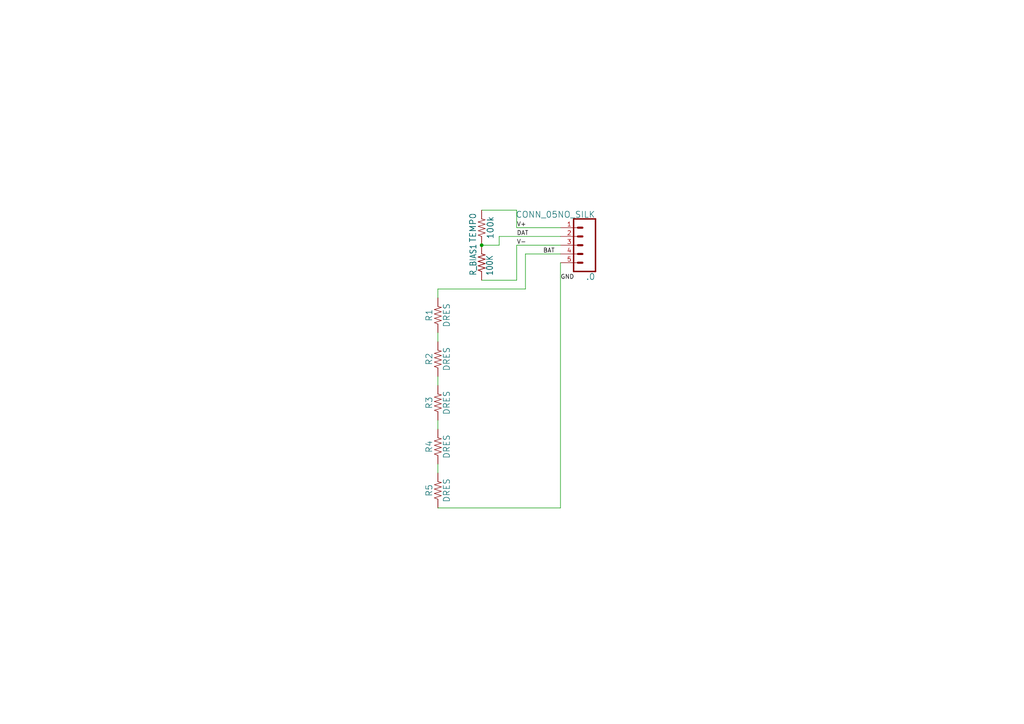
<source format=kicad_sch>
(kicad_sch (version 20220622) (generator eeschema)
  (paper "A4")
  (lib_symbols
    (symbol "probe_v2.1-eagle-import:1.8MOHM"
      (property "Reference" "R" (at 0 1.524 0))
      (property "Value" "1.8MOHM" (at 0 -1.524 0))
      (symbol "1.8MOHM_1_0"
        (polyline (pts (xy -2.54 0) (xy -2.159 1.016)) (stroke (width 0.1524)))
        (polyline (pts (xy -2.159 1.016) (xy -1.524 -1.016)) (stroke (width 0.1524)))
        (polyline (pts (xy -1.524 -1.016) (xy -0.889 1.016)) (stroke (width 0.1524)))
        (polyline (pts (xy -0.889 1.016) (xy -0.254 -1.016)) (stroke (width 0.1524)))
        (polyline (pts (xy -0.254 -1.016) (xy 0.381 1.016)) (stroke (width 0.1524)))
        (polyline (pts (xy 0.381 1.016) (xy 1.016 -1.016)) (stroke (width 0.1524)))
        (polyline (pts (xy 1.016 -1.016) (xy 1.651 1.016)) (stroke (width 0.1524)))
        (polyline (pts (xy 1.651 1.016) (xy 2.286 -1.016)) (stroke (width 0.1524)))
        (polyline (pts (xy 2.286 -1.016) (xy 2.54 0)) (stroke (width 0.1524)))
        (pin passive line (at -5.08 0 0) (length 2.54) (name "1") (number "1"))
        (pin passive line (at 5.08 0 180) (length 2.54) (name "2") (number "2"))
      )
    )
    (symbol "probe_v2.1-eagle-import:CONN_05NO_SILK"
      (property "Reference" "J" (at -2.54 8.128 0))
      (property "Value" "CONN_05NO_SILK" (at -2.54 -9.906 0))
      (symbol "CONN_05NO_SILK_1_0"
        (polyline (pts (xy -2.54 7.62) (xy -2.54 -7.62)) (stroke (width 0.4064)))
        (polyline (pts (xy -2.54 7.62) (xy 3.81 7.62)) (stroke (width 0.4064)))
        (polyline (pts (xy 1.27 -5.08) (xy 2.54 -5.08)) (stroke (width 0.6096)))
        (polyline (pts (xy 1.27 -2.54) (xy 2.54 -2.54)) (stroke (width 0.6096)))
        (polyline (pts (xy 1.27 0) (xy 2.54 0)) (stroke (width 0.6096)))
        (polyline (pts (xy 1.27 2.54) (xy 2.54 2.54)) (stroke (width 0.6096)))
        (polyline (pts (xy 1.27 5.08) (xy 2.54 5.08)) (stroke (width 0.6096)))
        (polyline (pts (xy 3.81 -7.62) (xy -2.54 -7.62)) (stroke (width 0.4064)))
        (polyline (pts (xy 3.81 -7.62) (xy 3.81 7.62)) (stroke (width 0.4064)))
        (pin passive line (at 7.62 -5.08 180) (length 5.08) (name "1") (number "1"))
        (pin passive line (at 7.62 -2.54 180) (length 5.08) (name "2") (number "2"))
        (pin passive line (at 7.62 0 180) (length 5.08) (name "3") (number "3"))
        (pin passive line (at 7.62 2.54 180) (length 5.08) (name "4") (number "4"))
        (pin passive line (at 7.62 5.08 180) (length 5.08) (name "5") (number "5"))
      )
    )
    (symbol "probe_v2.1-eagle-import:DRES"
      (property "Reference" "R" (at 0 1.524 0))
      (property "Value" "DRES" (at 0 -1.524 0))
      (symbol "DRES_1_0"
        (polyline (pts (xy -2.54 0) (xy -2.159 1.016)) (stroke (width 0.1524)))
        (polyline (pts (xy -2.159 1.016) (xy -1.524 -1.016)) (stroke (width 0.1524)))
        (polyline (pts (xy -1.524 -1.016) (xy -0.889 1.016)) (stroke (width 0.1524)))
        (polyline (pts (xy -0.889 1.016) (xy -0.254 -1.016)) (stroke (width 0.1524)))
        (polyline (pts (xy -0.254 -1.016) (xy 0.381 1.016)) (stroke (width 0.1524)))
        (polyline (pts (xy 0.381 1.016) (xy 1.016 -1.016)) (stroke (width 0.1524)))
        (polyline (pts (xy 1.016 -1.016) (xy 1.651 1.016)) (stroke (width 0.1524)))
        (polyline (pts (xy 1.651 1.016) (xy 2.286 -1.016)) (stroke (width 0.1524)))
        (polyline (pts (xy 2.286 -1.016) (xy 2.54 0)) (stroke (width 0.1524)))
        (pin passive line (at -5.08 0 0) (length 2.54) (name "1") (number "1"))
        (pin passive line (at 5.08 0 180) (length 2.54) (name "2") (number "2"))
        (pin passive line (at -5.08 0 0) (length 2.54) (name "1") (number "P$1"))
        (pin passive line (at 5.08 0 180) (length 2.54) (name "2") (number "P$2"))
      )
    )
    (symbol "probe_v2.1-eagle-import:FLIPFLOP-RES"
      (property "Reference" "R" (at -3.81 1.4986 0))
      (property "Value" "FLIPFLOP-RES" (at -3.81 -3.302 0))
      (symbol "FLIPFLOP-RES_1_0"
        (polyline (pts (xy -2.54 0) (xy -2.159 1.016)) (stroke (width 0.2032)))
        (polyline (pts (xy -2.159 1.016) (xy -1.524 -1.016)) (stroke (width 0.2032)))
        (polyline (pts (xy -1.524 -1.016) (xy -0.889 1.016)) (stroke (width 0.2032)))
        (polyline (pts (xy -0.889 1.016) (xy -0.254 -1.016)) (stroke (width 0.2032)))
        (polyline (pts (xy -0.254 -1.016) (xy 0.381 1.016)) (stroke (width 0.2032)))
        (polyline (pts (xy 0.381 1.016) (xy 1.016 -1.016)) (stroke (width 0.2032)))
        (polyline (pts (xy 1.016 -1.016) (xy 1.651 1.016)) (stroke (width 0.2032)))
        (polyline (pts (xy 1.651 1.016) (xy 2.286 -1.016)) (stroke (width 0.2032)))
        (polyline (pts (xy 2.286 -1.016) (xy 2.54 0)) (stroke (width 0.2032)))
        (pin passive line (at -5.08 0 0) (length 2.54) (name "1") (number "1"))
        (pin passive line (at 5.08 0 180) (length 2.54) (name "2") (number "2"))
      )
    )
  )
  (junction (at 139.7 71.12))
  (wire (pts (xy 139.7 60.96) (xy 149.86 60.96)))
  (wire (pts (xy 127 147.32) (xy 162.56 147.32)))
  (wire (pts (xy 152.4 83.82) (xy 127 83.82)))
  (wire (pts (xy 152.4 73.66) (xy 152.4 83.82)))
  (wire (pts (xy 144.78 68.58) (xy 144.78 71.12)))
  (wire (pts (xy 162.56 71.12) (xy 149.86 71.12)))
  (wire (pts (xy 162.56 66.04) (xy 149.86 66.04)))
  (wire (pts (xy 144.78 71.12) (xy 139.7 71.12)))
  (wire (pts (xy 127 96.52) (xy 127 99.06)))
  (wire (pts (xy 162.56 68.58) (xy 144.78 68.58)))
  (wire (pts (xy 149.86 81.28) (xy 149.86 71.12)))
  (wire (pts (xy 127 111.76) (xy 127 109.22)))
  (wire (pts (xy 127 121.92) (xy 127 124.46)))
  (wire (pts (xy 127 134.62) (xy 127 137.16)))
  (wire (pts (xy 139.7 81.28) (xy 149.86 81.28)))
  (wire (pts (xy 127 86.36) (xy 127 83.82)))
  (wire (pts (xy 149.86 60.96) (xy 149.86 66.04)))
  (wire (pts (xy 162.56 73.66) (xy 152.4 73.66)))
  (wire (pts (xy 162.56 147.32) (xy 162.56 76.2)))
  (label "V-" (at 149.86 71.12 0) (effects (font (size 1.2446 1.2446))))
  (label "BAT" (at 157.48 73.66 0) (effects (font (size 1.2446 1.2446))))
  (label "DAT" (at 149.86 68.58 0) (effects (font (size 1.2446 1.2446))))
  (label "V+" (at 149.86 66.04 0) (effects (font (size 1.2446 1.2446))))
  (label "GND" (at 162.56 81.28 0) (effects (font (size 1.2446 1.2446))))
  (symbol (lib_id "probe_v2.1-eagle-import:FLIPFLOP-RES") (at 139.7 76.2 90) (unit 1)
    (default_instance (reference "U") (unit 1) (value "") (footprint ""))
    (property "Reference" "R_BIAS1" (at 138.2014 80.01 0) (effects (font (size 1.778 1.5113)) (justify left bottom)))
    (property "Value" "100K" (at 143.002 80.01 0) (effects (font (size 1.778 1.5113)) (justify left bottom)))
    (property "Footprint" "probe_v2.1:0805-THM" (effects hide))
  )
  (symbol (lib_id "probe_v2.1-eagle-import:DRES") (at 127 116.84 90) (unit 1)
    (default_instance (reference "U") (unit 1) (value "") (footprint ""))
    (property "Reference" "R3" (at 125.476 116.84 0) (effects (font (size 1.778 1.778)) (justify bottom)))
    (property "Value" "DRES" (at 128.524 116.84 0) (effects (font (size 1.778 1.778)) (justify top)))
    (property "Footprint" "probe_v2.1:0603" (effects hide))
  )
  (symbol (lib_id "probe_v2.1-eagle-import:1.8MOHM") (at 139.7 66.04 90) (unit 1)
    (default_instance (reference "U") (unit 1) (value "") (footprint ""))
    (property "Reference" "TEMP0" (at 138.176 66.04 0) (effects (font (size 1.778 1.778)) (justify bottom)))
    (property "Value" "100k" (at 141.224 66.04 0) (effects (font (size 1.778 1.778)) (justify top)))
    (property "Footprint" "probe_v2.1:0603" (effects hide))
  )
  (symbol (lib_id "probe_v2.1-eagle-import:DRES") (at 127 129.54 90) (unit 1)
    (default_instance (reference "U") (unit 1) (value "") (footprint ""))
    (property "Reference" "R4" (at 125.476 129.54 0) (effects (font (size 1.778 1.778)) (justify bottom)))
    (property "Value" "DRES" (at 128.524 129.54 0) (effects (font (size 1.778 1.778)) (justify top)))
    (property "Footprint" "probe_v2.1:0603" (effects hide))
  )
  (symbol (lib_id "probe_v2.1-eagle-import:DRES") (at 127 104.14 90) (unit 1)
    (default_instance (reference "U") (unit 1) (value "") (footprint ""))
    (property "Reference" "R2" (at 125.476 104.14 0) (effects (font (size 1.778 1.778)) (justify bottom)))
    (property "Value" "DRES" (at 128.524 104.14 0) (effects (font (size 1.778 1.778)) (justify top)))
    (property "Footprint" "probe_v2.1:0603" (effects hide))
  )
  (symbol (lib_id "probe_v2.1-eagle-import:CONN_05NO_SILK") (at 170.18 71.12 180) (unit 1)
    (default_instance (reference "U") (unit 1) (value "") (footprint ""))
    (property "Reference" ".0" (at 172.72 79.248 0) (effects (font (size 1.778 1.778)) (justify left bottom)))
    (property "Value" "CONN_05NO_SILK" (at 172.72 61.214 0) (effects (font (size 1.778 1.778)) (justify left bottom)))
    (property "Footprint" "probe_v2.1:1X05_NO_SILK" (effects hide))
  )
  (symbol (lib_id "probe_v2.1-eagle-import:DRES") (at 127 91.44 90) (unit 1)
    (default_instance (reference "U") (unit 1) (value "") (footprint ""))
    (property "Reference" "R1" (at 125.476 91.44 0) (effects (font (size 1.778 1.778)) (justify bottom)))
    (property "Value" "DRES" (at 128.524 91.44 0) (effects (font (size 1.778 1.778)) (justify top)))
    (property "Footprint" "probe_v2.1:0603" (effects hide))
  )
  (symbol (lib_id "probe_v2.1-eagle-import:DRES") (at 127 142.24 90) (unit 1)
    (default_instance (reference "U") (unit 1) (value "") (footprint ""))
    (property "Reference" "R5" (at 125.476 142.24 0) (effects (font (size 1.778 1.778)) (justify bottom)))
    (property "Value" "DRES" (at 128.524 142.24 0) (effects (font (size 1.778 1.778)) (justify top)))
    (property "Footprint" "probe_v2.1:0603" (effects hide))
  )
)
</source>
